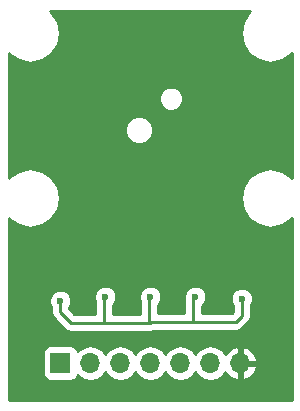
<source format=gbr>
G04 #@! TF.FileFunction,Copper,L2,Bot,Signal*
%FSLAX46Y46*%
G04 Gerber Fmt 4.6, Leading zero omitted, Abs format (unit mm)*
G04 Created by KiCad (PCBNEW 4.0.4-stable) date 06/04/17 22:37:21*
%MOMM*%
%LPD*%
G01*
G04 APERTURE LIST*
%ADD10C,0.100000*%
%ADD11R,1.700000X1.700000*%
%ADD12O,1.700000X1.700000*%
%ADD13C,0.600000*%
%ADD14C,0.250000*%
%ADD15C,0.254000*%
G04 APERTURE END LIST*
D10*
D11*
X146050000Y-124460000D03*
D12*
X148590000Y-124460000D03*
X151130000Y-124460000D03*
X153670000Y-124460000D03*
X156210000Y-124460000D03*
X158750000Y-124460000D03*
X161290000Y-124460000D03*
D13*
X146050000Y-119189500D03*
X157480000Y-118840000D03*
X153670000Y-118840000D03*
X149860000Y-118840000D03*
X161417000Y-118999000D03*
D14*
X149796500Y-121031000D02*
X146939000Y-121031000D01*
X146050000Y-120142000D02*
X146050000Y-119189500D01*
X146939000Y-121031000D02*
X146050000Y-120142000D01*
X157289500Y-120967500D02*
X157289500Y-119030500D01*
X157289500Y-119030500D02*
X157480000Y-118840000D01*
X153543000Y-121031000D02*
X153543000Y-118967000D01*
X153543000Y-118967000D02*
X153670000Y-118840000D01*
X161417000Y-120459500D02*
X161417000Y-118999000D01*
X160909000Y-120967500D02*
X161417000Y-120459500D01*
X153733500Y-120967500D02*
X157289500Y-120967500D01*
X157289500Y-120967500D02*
X160909000Y-120967500D01*
X153670000Y-121031000D02*
X153733500Y-120967500D01*
X149733000Y-121031000D02*
X149796500Y-121031000D01*
X149796500Y-121031000D02*
X153543000Y-121031000D01*
X153543000Y-121031000D02*
X153670000Y-121031000D01*
X149733000Y-118967000D02*
X149733000Y-121031000D01*
X149733000Y-118967000D02*
X149860000Y-118840000D01*
D15*
G36*
X162057954Y-94747954D02*
X161514711Y-95560976D01*
X161323949Y-96520000D01*
X161514711Y-97479024D01*
X162057954Y-98292046D01*
X162870976Y-98835289D01*
X163830000Y-99026051D01*
X164789024Y-98835289D01*
X165602046Y-98292046D01*
X165660000Y-98205312D01*
X165660000Y-108804688D01*
X165602046Y-108717954D01*
X164789024Y-108174711D01*
X163830000Y-107983949D01*
X162870976Y-108174711D01*
X162057954Y-108717954D01*
X161514711Y-109530976D01*
X161323949Y-110490000D01*
X161514711Y-111449024D01*
X162057954Y-112262046D01*
X162870976Y-112805289D01*
X163830000Y-112996051D01*
X164789024Y-112805289D01*
X165602046Y-112262046D01*
X165660000Y-112175312D01*
X165660000Y-127560000D01*
X141680000Y-127560000D01*
X141680000Y-123610000D01*
X144552560Y-123610000D01*
X144552560Y-125310000D01*
X144596838Y-125545317D01*
X144735910Y-125761441D01*
X144948110Y-125906431D01*
X145200000Y-125957440D01*
X146900000Y-125957440D01*
X147135317Y-125913162D01*
X147351441Y-125774090D01*
X147496431Y-125561890D01*
X147510086Y-125494459D01*
X147539946Y-125539147D01*
X148021715Y-125861054D01*
X148590000Y-125974093D01*
X149158285Y-125861054D01*
X149640054Y-125539147D01*
X149860000Y-125209974D01*
X150079946Y-125539147D01*
X150561715Y-125861054D01*
X151130000Y-125974093D01*
X151698285Y-125861054D01*
X152180054Y-125539147D01*
X152400000Y-125209974D01*
X152619946Y-125539147D01*
X153101715Y-125861054D01*
X153670000Y-125974093D01*
X154238285Y-125861054D01*
X154720054Y-125539147D01*
X154940000Y-125209974D01*
X155159946Y-125539147D01*
X155641715Y-125861054D01*
X156210000Y-125974093D01*
X156778285Y-125861054D01*
X157260054Y-125539147D01*
X157480000Y-125209974D01*
X157699946Y-125539147D01*
X158181715Y-125861054D01*
X158750000Y-125974093D01*
X159318285Y-125861054D01*
X159800054Y-125539147D01*
X160027702Y-125198447D01*
X160094817Y-125341358D01*
X160523076Y-125731645D01*
X160933110Y-125901476D01*
X161163000Y-125780155D01*
X161163000Y-124587000D01*
X161417000Y-124587000D01*
X161417000Y-125780155D01*
X161646890Y-125901476D01*
X162056924Y-125731645D01*
X162485183Y-125341358D01*
X162731486Y-124816892D01*
X162610819Y-124587000D01*
X161417000Y-124587000D01*
X161163000Y-124587000D01*
X161143000Y-124587000D01*
X161143000Y-124333000D01*
X161163000Y-124333000D01*
X161163000Y-123139845D01*
X161417000Y-123139845D01*
X161417000Y-124333000D01*
X162610819Y-124333000D01*
X162731486Y-124103108D01*
X162485183Y-123578642D01*
X162056924Y-123188355D01*
X161646890Y-123018524D01*
X161417000Y-123139845D01*
X161163000Y-123139845D01*
X160933110Y-123018524D01*
X160523076Y-123188355D01*
X160094817Y-123578642D01*
X160027702Y-123721553D01*
X159800054Y-123380853D01*
X159318285Y-123058946D01*
X158750000Y-122945907D01*
X158181715Y-123058946D01*
X157699946Y-123380853D01*
X157480000Y-123710026D01*
X157260054Y-123380853D01*
X156778285Y-123058946D01*
X156210000Y-122945907D01*
X155641715Y-123058946D01*
X155159946Y-123380853D01*
X154940000Y-123710026D01*
X154720054Y-123380853D01*
X154238285Y-123058946D01*
X153670000Y-122945907D01*
X153101715Y-123058946D01*
X152619946Y-123380853D01*
X152400000Y-123710026D01*
X152180054Y-123380853D01*
X151698285Y-123058946D01*
X151130000Y-122945907D01*
X150561715Y-123058946D01*
X150079946Y-123380853D01*
X149860000Y-123710026D01*
X149640054Y-123380853D01*
X149158285Y-123058946D01*
X148590000Y-122945907D01*
X148021715Y-123058946D01*
X147539946Y-123380853D01*
X147512150Y-123422452D01*
X147503162Y-123374683D01*
X147364090Y-123158559D01*
X147151890Y-123013569D01*
X146900000Y-122962560D01*
X145200000Y-122962560D01*
X144964683Y-123006838D01*
X144748559Y-123145910D01*
X144603569Y-123358110D01*
X144552560Y-123610000D01*
X141680000Y-123610000D01*
X141680000Y-119374667D01*
X145114838Y-119374667D01*
X145256883Y-119718443D01*
X145290000Y-119751618D01*
X145290000Y-120142000D01*
X145347852Y-120432839D01*
X145512599Y-120679401D01*
X146401599Y-121568401D01*
X146648161Y-121733148D01*
X146939000Y-121791000D01*
X153670000Y-121791000D01*
X153960839Y-121733148D01*
X153969292Y-121727500D01*
X160909000Y-121727500D01*
X161199839Y-121669648D01*
X161446401Y-121504901D01*
X161954401Y-120996901D01*
X162119147Y-120750340D01*
X162119148Y-120750339D01*
X162177000Y-120459500D01*
X162177000Y-119561463D01*
X162209192Y-119529327D01*
X162351838Y-119185799D01*
X162352162Y-118813833D01*
X162210117Y-118470057D01*
X161947327Y-118206808D01*
X161603799Y-118064162D01*
X161231833Y-118063838D01*
X160888057Y-118205883D01*
X160624808Y-118468673D01*
X160482162Y-118812201D01*
X160481838Y-119184167D01*
X160623883Y-119527943D01*
X160657000Y-119561118D01*
X160657000Y-120144698D01*
X160594198Y-120207500D01*
X158049500Y-120207500D01*
X158049500Y-119592631D01*
X158272192Y-119370327D01*
X158414838Y-119026799D01*
X158415162Y-118654833D01*
X158273117Y-118311057D01*
X158010327Y-118047808D01*
X157666799Y-117905162D01*
X157294833Y-117904838D01*
X156951057Y-118046883D01*
X156687808Y-118309673D01*
X156545162Y-118653201D01*
X156544901Y-118953076D01*
X156529500Y-119030500D01*
X156529500Y-120207500D01*
X154303000Y-120207500D01*
X154303000Y-119529241D01*
X154462192Y-119370327D01*
X154604838Y-119026799D01*
X154605162Y-118654833D01*
X154463117Y-118311057D01*
X154200327Y-118047808D01*
X153856799Y-117905162D01*
X153484833Y-117904838D01*
X153141057Y-118046883D01*
X152877808Y-118309673D01*
X152735162Y-118653201D01*
X152734838Y-119025167D01*
X152783000Y-119141728D01*
X152783000Y-120271000D01*
X150493000Y-120271000D01*
X150493000Y-119529241D01*
X150652192Y-119370327D01*
X150794838Y-119026799D01*
X150795162Y-118654833D01*
X150653117Y-118311057D01*
X150390327Y-118047808D01*
X150046799Y-117905162D01*
X149674833Y-117904838D01*
X149331057Y-118046883D01*
X149067808Y-118309673D01*
X148925162Y-118653201D01*
X148924838Y-119025167D01*
X148973000Y-119141728D01*
X148973000Y-120271000D01*
X147253802Y-120271000D01*
X146810000Y-119827198D01*
X146810000Y-119751963D01*
X146842192Y-119719827D01*
X146984838Y-119376299D01*
X146985162Y-119004333D01*
X146843117Y-118660557D01*
X146580327Y-118397308D01*
X146236799Y-118254662D01*
X145864833Y-118254338D01*
X145521057Y-118396383D01*
X145257808Y-118659173D01*
X145115162Y-119002701D01*
X145114838Y-119374667D01*
X141680000Y-119374667D01*
X141680000Y-112175312D01*
X141737954Y-112262046D01*
X142550976Y-112805289D01*
X143510000Y-112996051D01*
X144469024Y-112805289D01*
X145282046Y-112262046D01*
X145825289Y-111449024D01*
X146016051Y-110490000D01*
X145825289Y-109530976D01*
X145282046Y-108717954D01*
X144469024Y-108174711D01*
X143510000Y-107983949D01*
X142550976Y-108174711D01*
X141737954Y-108717954D01*
X141680000Y-108804688D01*
X141680000Y-104986887D01*
X151532992Y-104986887D01*
X151713018Y-105422582D01*
X152046073Y-105756219D01*
X152481453Y-105937004D01*
X152952875Y-105937416D01*
X153388570Y-105757390D01*
X153722207Y-105424335D01*
X153902992Y-104988955D01*
X153903404Y-104517533D01*
X153723378Y-104081838D01*
X153390323Y-103748201D01*
X152954943Y-103567416D01*
X152483521Y-103567004D01*
X152047826Y-103747030D01*
X151714189Y-104080085D01*
X151533404Y-104515465D01*
X151532992Y-104986887D01*
X141680000Y-104986887D01*
X141680000Y-102266214D01*
X154390028Y-102266214D01*
X154544227Y-102639404D01*
X154829502Y-102925177D01*
X155202422Y-103080027D01*
X155606214Y-103080380D01*
X155979404Y-102926181D01*
X156265177Y-102640906D01*
X156420027Y-102267986D01*
X156420380Y-101864194D01*
X156266181Y-101491004D01*
X155980906Y-101205231D01*
X155607986Y-101050381D01*
X155204194Y-101050028D01*
X154831004Y-101204227D01*
X154545231Y-101489502D01*
X154390381Y-101862422D01*
X154390028Y-102266214D01*
X141680000Y-102266214D01*
X141680000Y-98205312D01*
X141737954Y-98292046D01*
X142550976Y-98835289D01*
X143510000Y-99026051D01*
X144469024Y-98835289D01*
X145282046Y-98292046D01*
X145825289Y-97479024D01*
X146016051Y-96520000D01*
X145825289Y-95560976D01*
X145282046Y-94747954D01*
X145195312Y-94690000D01*
X162144688Y-94690000D01*
X162057954Y-94747954D01*
X162057954Y-94747954D01*
G37*
X162057954Y-94747954D02*
X161514711Y-95560976D01*
X161323949Y-96520000D01*
X161514711Y-97479024D01*
X162057954Y-98292046D01*
X162870976Y-98835289D01*
X163830000Y-99026051D01*
X164789024Y-98835289D01*
X165602046Y-98292046D01*
X165660000Y-98205312D01*
X165660000Y-108804688D01*
X165602046Y-108717954D01*
X164789024Y-108174711D01*
X163830000Y-107983949D01*
X162870976Y-108174711D01*
X162057954Y-108717954D01*
X161514711Y-109530976D01*
X161323949Y-110490000D01*
X161514711Y-111449024D01*
X162057954Y-112262046D01*
X162870976Y-112805289D01*
X163830000Y-112996051D01*
X164789024Y-112805289D01*
X165602046Y-112262046D01*
X165660000Y-112175312D01*
X165660000Y-127560000D01*
X141680000Y-127560000D01*
X141680000Y-123610000D01*
X144552560Y-123610000D01*
X144552560Y-125310000D01*
X144596838Y-125545317D01*
X144735910Y-125761441D01*
X144948110Y-125906431D01*
X145200000Y-125957440D01*
X146900000Y-125957440D01*
X147135317Y-125913162D01*
X147351441Y-125774090D01*
X147496431Y-125561890D01*
X147510086Y-125494459D01*
X147539946Y-125539147D01*
X148021715Y-125861054D01*
X148590000Y-125974093D01*
X149158285Y-125861054D01*
X149640054Y-125539147D01*
X149860000Y-125209974D01*
X150079946Y-125539147D01*
X150561715Y-125861054D01*
X151130000Y-125974093D01*
X151698285Y-125861054D01*
X152180054Y-125539147D01*
X152400000Y-125209974D01*
X152619946Y-125539147D01*
X153101715Y-125861054D01*
X153670000Y-125974093D01*
X154238285Y-125861054D01*
X154720054Y-125539147D01*
X154940000Y-125209974D01*
X155159946Y-125539147D01*
X155641715Y-125861054D01*
X156210000Y-125974093D01*
X156778285Y-125861054D01*
X157260054Y-125539147D01*
X157480000Y-125209974D01*
X157699946Y-125539147D01*
X158181715Y-125861054D01*
X158750000Y-125974093D01*
X159318285Y-125861054D01*
X159800054Y-125539147D01*
X160027702Y-125198447D01*
X160094817Y-125341358D01*
X160523076Y-125731645D01*
X160933110Y-125901476D01*
X161163000Y-125780155D01*
X161163000Y-124587000D01*
X161417000Y-124587000D01*
X161417000Y-125780155D01*
X161646890Y-125901476D01*
X162056924Y-125731645D01*
X162485183Y-125341358D01*
X162731486Y-124816892D01*
X162610819Y-124587000D01*
X161417000Y-124587000D01*
X161163000Y-124587000D01*
X161143000Y-124587000D01*
X161143000Y-124333000D01*
X161163000Y-124333000D01*
X161163000Y-123139845D01*
X161417000Y-123139845D01*
X161417000Y-124333000D01*
X162610819Y-124333000D01*
X162731486Y-124103108D01*
X162485183Y-123578642D01*
X162056924Y-123188355D01*
X161646890Y-123018524D01*
X161417000Y-123139845D01*
X161163000Y-123139845D01*
X160933110Y-123018524D01*
X160523076Y-123188355D01*
X160094817Y-123578642D01*
X160027702Y-123721553D01*
X159800054Y-123380853D01*
X159318285Y-123058946D01*
X158750000Y-122945907D01*
X158181715Y-123058946D01*
X157699946Y-123380853D01*
X157480000Y-123710026D01*
X157260054Y-123380853D01*
X156778285Y-123058946D01*
X156210000Y-122945907D01*
X155641715Y-123058946D01*
X155159946Y-123380853D01*
X154940000Y-123710026D01*
X154720054Y-123380853D01*
X154238285Y-123058946D01*
X153670000Y-122945907D01*
X153101715Y-123058946D01*
X152619946Y-123380853D01*
X152400000Y-123710026D01*
X152180054Y-123380853D01*
X151698285Y-123058946D01*
X151130000Y-122945907D01*
X150561715Y-123058946D01*
X150079946Y-123380853D01*
X149860000Y-123710026D01*
X149640054Y-123380853D01*
X149158285Y-123058946D01*
X148590000Y-122945907D01*
X148021715Y-123058946D01*
X147539946Y-123380853D01*
X147512150Y-123422452D01*
X147503162Y-123374683D01*
X147364090Y-123158559D01*
X147151890Y-123013569D01*
X146900000Y-122962560D01*
X145200000Y-122962560D01*
X144964683Y-123006838D01*
X144748559Y-123145910D01*
X144603569Y-123358110D01*
X144552560Y-123610000D01*
X141680000Y-123610000D01*
X141680000Y-119374667D01*
X145114838Y-119374667D01*
X145256883Y-119718443D01*
X145290000Y-119751618D01*
X145290000Y-120142000D01*
X145347852Y-120432839D01*
X145512599Y-120679401D01*
X146401599Y-121568401D01*
X146648161Y-121733148D01*
X146939000Y-121791000D01*
X153670000Y-121791000D01*
X153960839Y-121733148D01*
X153969292Y-121727500D01*
X160909000Y-121727500D01*
X161199839Y-121669648D01*
X161446401Y-121504901D01*
X161954401Y-120996901D01*
X162119147Y-120750340D01*
X162119148Y-120750339D01*
X162177000Y-120459500D01*
X162177000Y-119561463D01*
X162209192Y-119529327D01*
X162351838Y-119185799D01*
X162352162Y-118813833D01*
X162210117Y-118470057D01*
X161947327Y-118206808D01*
X161603799Y-118064162D01*
X161231833Y-118063838D01*
X160888057Y-118205883D01*
X160624808Y-118468673D01*
X160482162Y-118812201D01*
X160481838Y-119184167D01*
X160623883Y-119527943D01*
X160657000Y-119561118D01*
X160657000Y-120144698D01*
X160594198Y-120207500D01*
X158049500Y-120207500D01*
X158049500Y-119592631D01*
X158272192Y-119370327D01*
X158414838Y-119026799D01*
X158415162Y-118654833D01*
X158273117Y-118311057D01*
X158010327Y-118047808D01*
X157666799Y-117905162D01*
X157294833Y-117904838D01*
X156951057Y-118046883D01*
X156687808Y-118309673D01*
X156545162Y-118653201D01*
X156544901Y-118953076D01*
X156529500Y-119030500D01*
X156529500Y-120207500D01*
X154303000Y-120207500D01*
X154303000Y-119529241D01*
X154462192Y-119370327D01*
X154604838Y-119026799D01*
X154605162Y-118654833D01*
X154463117Y-118311057D01*
X154200327Y-118047808D01*
X153856799Y-117905162D01*
X153484833Y-117904838D01*
X153141057Y-118046883D01*
X152877808Y-118309673D01*
X152735162Y-118653201D01*
X152734838Y-119025167D01*
X152783000Y-119141728D01*
X152783000Y-120271000D01*
X150493000Y-120271000D01*
X150493000Y-119529241D01*
X150652192Y-119370327D01*
X150794838Y-119026799D01*
X150795162Y-118654833D01*
X150653117Y-118311057D01*
X150390327Y-118047808D01*
X150046799Y-117905162D01*
X149674833Y-117904838D01*
X149331057Y-118046883D01*
X149067808Y-118309673D01*
X148925162Y-118653201D01*
X148924838Y-119025167D01*
X148973000Y-119141728D01*
X148973000Y-120271000D01*
X147253802Y-120271000D01*
X146810000Y-119827198D01*
X146810000Y-119751963D01*
X146842192Y-119719827D01*
X146984838Y-119376299D01*
X146985162Y-119004333D01*
X146843117Y-118660557D01*
X146580327Y-118397308D01*
X146236799Y-118254662D01*
X145864833Y-118254338D01*
X145521057Y-118396383D01*
X145257808Y-118659173D01*
X145115162Y-119002701D01*
X145114838Y-119374667D01*
X141680000Y-119374667D01*
X141680000Y-112175312D01*
X141737954Y-112262046D01*
X142550976Y-112805289D01*
X143510000Y-112996051D01*
X144469024Y-112805289D01*
X145282046Y-112262046D01*
X145825289Y-111449024D01*
X146016051Y-110490000D01*
X145825289Y-109530976D01*
X145282046Y-108717954D01*
X144469024Y-108174711D01*
X143510000Y-107983949D01*
X142550976Y-108174711D01*
X141737954Y-108717954D01*
X141680000Y-108804688D01*
X141680000Y-104986887D01*
X151532992Y-104986887D01*
X151713018Y-105422582D01*
X152046073Y-105756219D01*
X152481453Y-105937004D01*
X152952875Y-105937416D01*
X153388570Y-105757390D01*
X153722207Y-105424335D01*
X153902992Y-104988955D01*
X153903404Y-104517533D01*
X153723378Y-104081838D01*
X153390323Y-103748201D01*
X152954943Y-103567416D01*
X152483521Y-103567004D01*
X152047826Y-103747030D01*
X151714189Y-104080085D01*
X151533404Y-104515465D01*
X151532992Y-104986887D01*
X141680000Y-104986887D01*
X141680000Y-102266214D01*
X154390028Y-102266214D01*
X154544227Y-102639404D01*
X154829502Y-102925177D01*
X155202422Y-103080027D01*
X155606214Y-103080380D01*
X155979404Y-102926181D01*
X156265177Y-102640906D01*
X156420027Y-102267986D01*
X156420380Y-101864194D01*
X156266181Y-101491004D01*
X155980906Y-101205231D01*
X155607986Y-101050381D01*
X155204194Y-101050028D01*
X154831004Y-101204227D01*
X154545231Y-101489502D01*
X154390381Y-101862422D01*
X154390028Y-102266214D01*
X141680000Y-102266214D01*
X141680000Y-98205312D01*
X141737954Y-98292046D01*
X142550976Y-98835289D01*
X143510000Y-99026051D01*
X144469024Y-98835289D01*
X145282046Y-98292046D01*
X145825289Y-97479024D01*
X146016051Y-96520000D01*
X145825289Y-95560976D01*
X145282046Y-94747954D01*
X145195312Y-94690000D01*
X162144688Y-94690000D01*
X162057954Y-94747954D01*
M02*

</source>
